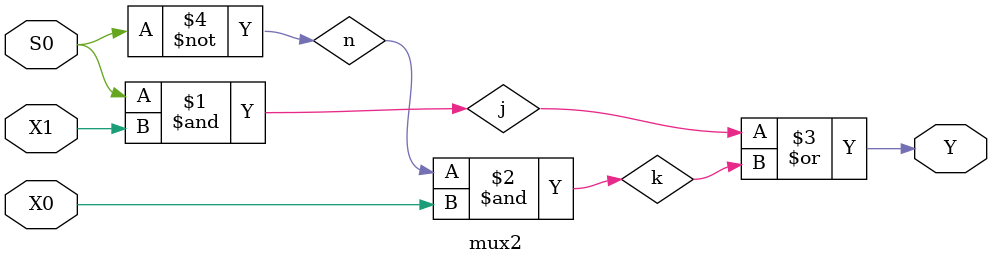
<source format=v>

module mux2(Y,X0,X1,S0);

input X0,X1,S0;
output Y;
wire n , j , k;

and(j,S0,X1);
not(n,S0);
and(k,n,X0);
or(Y,j,k);



endmodule

</source>
